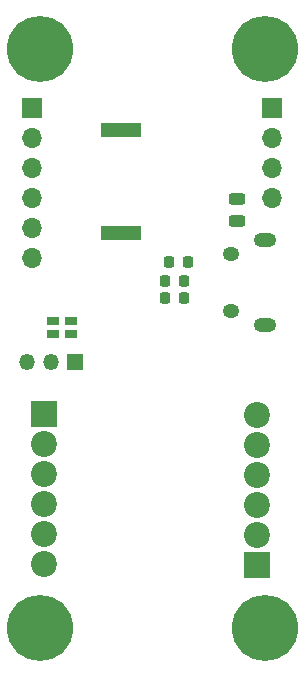
<source format=gbr>
%TF.GenerationSoftware,KiCad,Pcbnew,7.0.5*%
%TF.CreationDate,2023-12-16T01:16:07-08:00*%
%TF.ProjectId,Lyrav3,4c797261-7633-42e6-9b69-6361645f7063,rev?*%
%TF.SameCoordinates,Original*%
%TF.FileFunction,Soldermask,Top*%
%TF.FilePolarity,Negative*%
%FSLAX46Y46*%
G04 Gerber Fmt 4.6, Leading zero omitted, Abs format (unit mm)*
G04 Created by KiCad (PCBNEW 7.0.5) date 2023-12-16 01:16:07*
%MOMM*%
%LPD*%
G01*
G04 APERTURE LIST*
G04 Aperture macros list*
%AMRoundRect*
0 Rectangle with rounded corners*
0 $1 Rounding radius*
0 $2 $3 $4 $5 $6 $7 $8 $9 X,Y pos of 4 corners*
0 Add a 4 corners polygon primitive as box body*
4,1,4,$2,$3,$4,$5,$6,$7,$8,$9,$2,$3,0*
0 Add four circle primitives for the rounded corners*
1,1,$1+$1,$2,$3*
1,1,$1+$1,$4,$5*
1,1,$1+$1,$6,$7*
1,1,$1+$1,$8,$9*
0 Add four rect primitives between the rounded corners*
20,1,$1+$1,$2,$3,$4,$5,0*
20,1,$1+$1,$4,$5,$6,$7,0*
20,1,$1+$1,$6,$7,$8,$9,0*
20,1,$1+$1,$8,$9,$2,$3,0*%
G04 Aperture macros list end*
%ADD10RoundRect,0.243750X0.456250X-0.243750X0.456250X0.243750X-0.456250X0.243750X-0.456250X-0.243750X0*%
%ADD11C,5.600000*%
%ADD12R,1.700000X1.700000*%
%ADD13O,1.700000X1.700000*%
%ADD14RoundRect,0.225000X-0.225000X-0.250000X0.225000X-0.250000X0.225000X0.250000X-0.225000X0.250000X0*%
%ADD15R,3.400000X1.300000*%
%ADD16R,1.000000X0.800000*%
%ADD17R,2.200000X2.200000*%
%ADD18C,2.200000*%
%ADD19R,1.350000X1.350000*%
%ADD20O,1.350000X1.350000*%
%ADD21O,1.400000X1.200000*%
%ADD22O,1.900000X1.200000*%
G04 APERTURE END LIST*
D10*
%TO.C,D2*%
X203276200Y-81620100D03*
X203276200Y-79745100D03*
%TD*%
D11*
%TO.C,H3*%
X186600000Y-116025000D03*
%TD*%
D12*
%TO.C,J8*%
X206248000Y-72009000D03*
D13*
X206248000Y-74549000D03*
X206248000Y-77089000D03*
X206248000Y-79629000D03*
%TD*%
D14*
%TO.C,C19*%
X197534500Y-85013800D03*
X199084500Y-85013800D03*
%TD*%
D15*
%TO.C,LS1*%
X193395600Y-82582000D03*
X193395600Y-73882000D03*
%TD*%
D11*
%TO.C,H1*%
X186600000Y-67025000D03*
%TD*%
%TO.C,H2*%
X205600000Y-67025000D03*
%TD*%
D16*
%TO.C,D4*%
X187678900Y-90044800D03*
X187678900Y-91144800D03*
X189178900Y-91144800D03*
X189178900Y-90044800D03*
%TD*%
D11*
%TO.C,H4*%
X205600000Y-116025000D03*
%TD*%
D17*
%TO.C,J2*%
X186944000Y-97917000D03*
D18*
X186944000Y-100457000D03*
X186944000Y-102997000D03*
X186944000Y-105537000D03*
X186944000Y-108077000D03*
X186944000Y-110617000D03*
%TD*%
D14*
%TO.C,C20*%
X197192600Y-88138000D03*
X198742600Y-88138000D03*
%TD*%
D17*
%TO.C,J9*%
X204978000Y-110744000D03*
D18*
X204978000Y-108204000D03*
X204978000Y-105664000D03*
X204978000Y-103124000D03*
X204978000Y-100584000D03*
X204978000Y-98044000D03*
%TD*%
D12*
%TO.C,J6*%
X185928000Y-71999000D03*
D13*
X185928000Y-74539000D03*
X185928000Y-77079000D03*
X185928000Y-79619000D03*
X185928000Y-82159000D03*
X185928000Y-84699000D03*
%TD*%
D14*
%TO.C,C18*%
X197192600Y-86664800D03*
X198742600Y-86664800D03*
%TD*%
D19*
%TO.C,J5*%
X189502800Y-93522800D03*
D20*
X187502800Y-93522800D03*
X185502800Y-93522800D03*
%TD*%
D21*
%TO.C,J7*%
X202715200Y-89237200D03*
X202715200Y-84397200D03*
D22*
X205615200Y-83217200D03*
X205615200Y-90417200D03*
%TD*%
M02*

</source>
